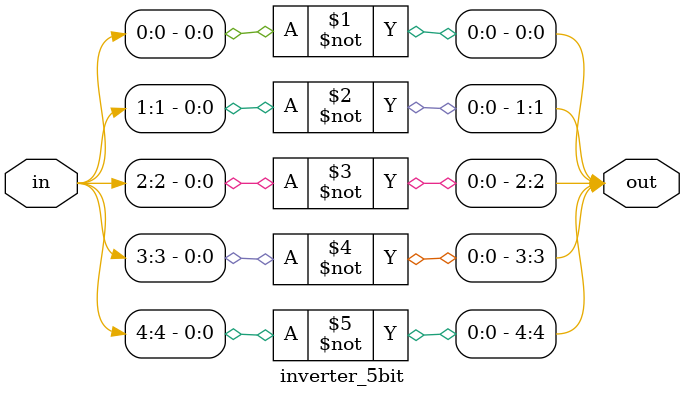
<source format=v>
module inverter_5bit(in, out);
    //input
    input[4:0] in;

    //output
    output[4:0] out;

    //circuit
    not invert0(out[0], in[0]);
    not invert1(out[1], in[1]);
    not invert2(out[2], in[2]);
    not invert3(out[3], in[3]);
    not invert4(out[4], in[4]);
endmodule

</source>
